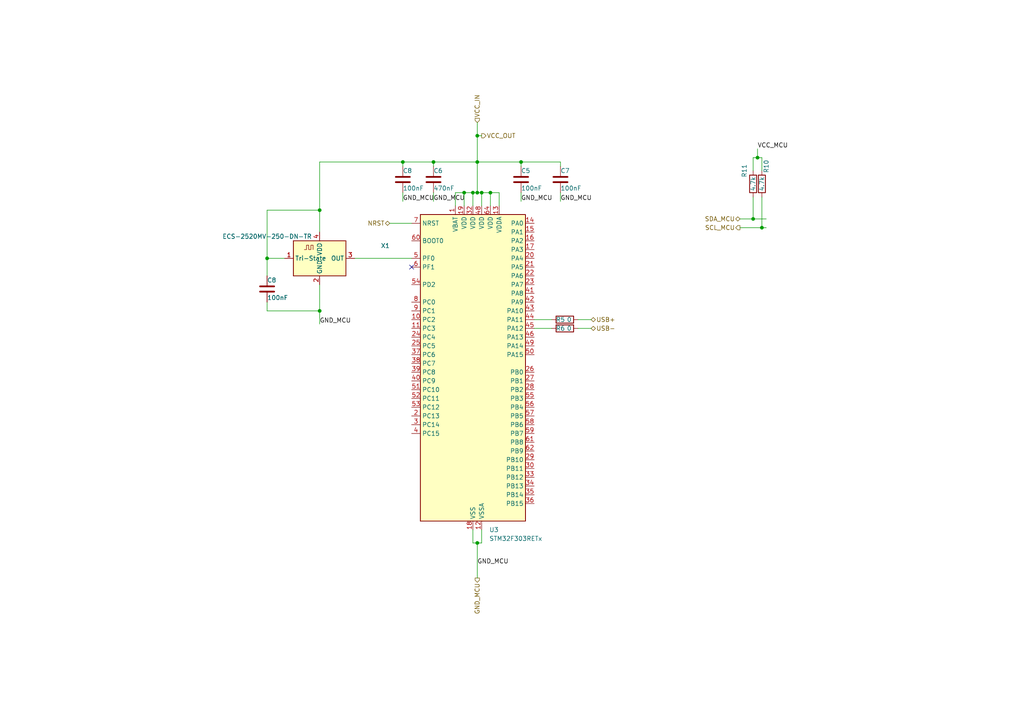
<source format=kicad_sch>
(kicad_sch (version 20230121) (generator eeschema)
  (paper "A4")
  (lib_symbols
    (symbol "Device:C" (pin_numbers hide) (pin_names (offset 0.254))
      (property "Reference" "C" (at 0.635 2.54 0))
      (property "Value" "C" (at 0.635 -2.54 0))
      (symbol "C_0_1"
        (polyline (pts (xy -2.032 -0.762) (xy 2.032 -0.762)) (stroke (width 0.508)))
        (polyline (pts (xy -2.032 0.762) (xy 2.032 0.762)) (stroke (width 0.508)))
      )
      (symbol "C_1_1"
        (pin passive line (at 0 3.81 270) (length 2.794) (name "~") (number "1"))
        (pin passive line (at 0 -3.81 90) (length 2.794) (name "~") (number "2"))
      )
    )
    (symbol "Device:R" (pin_numbers hide) (pin_names (offset 0))
      (property "Reference" "R" (at 2.032 0 90))
      (property "Value" "R" (at 0 0 90))
      (symbol "R_0_1"
        (rectangle (start -1.016 -2.54) (end 1.016 2.54) (stroke (width 0.254)))
      )
      (symbol "R_1_1"
        (pin passive line (at 0 3.81 270) (length 1.27) (name "~") (number "1"))
        (pin passive line (at 0 -3.81 90) (length 1.27) (name "~") (number "2"))
      )
    )
    (symbol "MCU_ST_STM32F3:STM32F303RETx"
      (property "Reference" "U" (at -15.24 46.99 0))
      (property "Value" "STM32F303RETx" (at 10.16 46.99 0))
      (symbol "STM32F303RETx_0_1"
        (rectangle (start -15.24 -43.18) (end 15.24 45.72) (stroke (width 0.254)) (fill (type background)))
      )
      (symbol "STM32F303RETx_1_1"
        (pin power_in line (at -5.08 48.26 270) (length 2.54) (name "VBAT") (number "1"))
        (pin bidirectional line (at -17.78 15.24 0) (length 2.54) (name "PC2") (number "10"))
        (pin bidirectional line (at -17.78 12.7 0) (length 2.54) (name "PC3") (number "11"))
        (pin power_in line (at 2.54 -45.72 90) (length 2.54) (name "VSSA") (number "12"))
        (pin power_in line (at 7.62 48.26 270) (length 2.54) (name "VDDA") (number "13"))
        (pin bidirectional line (at 17.78 43.18 180) (length 2.54) (name "PA0") (number "14"))
        (pin bidirectional line (at 17.78 40.64 180) (length 2.54) (name "PA1") (number "15"))
        (pin bidirectional line (at 17.78 38.1 180) (length 2.54) (name "PA2") (number "16"))
        (pin bidirectional line (at 17.78 35.56 180) (length 2.54) (name "PA3") (number "17"))
        (pin power_in line (at 0 -45.72 90) (length 2.54) (name "VSS") (number "18"))
        (pin power_in line (at -2.54 48.26 270) (length 2.54) (name "VDD") (number "19"))
        (pin bidirectional line (at -17.78 -12.7 0) (length 2.54) (name "PC13") (number "2"))
        (pin bidirectional line (at 17.78 33.02 180) (length 2.54) (name "PA4") (number "20"))
        (pin bidirectional line (at 17.78 30.48 180) (length 2.54) (name "PA5") (number "21"))
        (pin bidirectional line (at 17.78 27.94 180) (length 2.54) (name "PA6") (number "22"))
        (pin bidirectional line (at 17.78 25.4 180) (length 2.54) (name "PA7") (number "23"))
        (pin bidirectional line (at -17.78 10.16 0) (length 2.54) (name "PC4") (number "24"))
        (pin bidirectional line (at -17.78 7.62 0) (length 2.54) (name "PC5") (number "25"))
        (pin bidirectional line (at 17.78 0 180) (length 2.54) (name "PB0") (number "26"))
        (pin bidirectional line (at 17.78 -2.54 180) (length 2.54) (name "PB1") (number "27"))
        (pin bidirectional line (at 17.78 -5.08 180) (length 2.54) (name "PB2") (number "28"))
        (pin bidirectional line (at 17.78 -25.4 180) (length 2.54) (name "PB10") (number "29"))
        (pin bidirectional line (at -17.78 -15.24 0) (length 2.54) (name "PC14") (number "3"))
        (pin bidirectional line (at 17.78 -27.94 180) (length 2.54) (name "PB11") (number "30"))
        (pin passive line (at 0 -45.72 90) (length 2.54) hide (name "VSS") (number "31"))
        (pin power_in line (at 0 48.26 270) (length 2.54) (name "VDD") (number "32"))
        (pin bidirectional line (at 17.78 -30.48 180) (length 2.54) (name "PB12") (number "33"))
        (pin bidirectional line (at 17.78 -33.02 180) (length 2.54) (name "PB13") (number "34"))
        (pin bidirectional line (at 17.78 -35.56 180) (length 2.54) (name "PB14") (number "35"))
        (pin bidirectional line (at 17.78 -38.1 180) (length 2.54) (name "PB15") (number "36"))
        (pin bidirectional line (at -17.78 5.08 0) (length 2.54) (name "PC6") (number "37"))
        (pin bidirectional line (at -17.78 2.54 0) (length 2.54) (name "PC7") (number "38"))
        (pin bidirectional line (at -17.78 0 0) (length 2.54) (name "PC8") (number "39"))
        (pin bidirectional line (at -17.78 -17.78 0) (length 2.54) (name "PC15") (number "4"))
        (pin bidirectional line (at -17.78 -2.54 0) (length 2.54) (name "PC9") (number "40"))
        (pin bidirectional line (at 17.78 22.86 180) (length 2.54) (name "PA8") (number "41"))
        (pin bidirectional line (at 17.78 20.32 180) (length 2.54) (name "PA9") (number "42"))
        (pin bidirectional line (at 17.78 17.78 180) (length 2.54) (name "PA10") (number "43"))
        (pin bidirectional line (at 17.78 15.24 180) (length 2.54) (name "PA11") (number "44"))
        (pin bidirectional line (at 17.78 12.7 180) (length 2.54) (name "PA12") (number "45"))
        (pin bidirectional line (at 17.78 10.16 180) (length 2.54) (name "PA13") (number "46"))
        (pin passive line (at 0 -45.72 90) (length 2.54) hide (name "VSS") (number "47"))
        (pin power_in line (at 2.54 48.26 270) (length 2.54) (name "VDD") (number "48"))
        (pin bidirectional line (at 17.78 7.62 180) (length 2.54) (name "PA14") (number "49"))
        (pin bidirectional line (at -17.78 33.02 0) (length 2.54) (name "PF0") (number "5"))
        (pin bidirectional line (at 17.78 5.08 180) (length 2.54) (name "PA15") (number "50"))
        (pin bidirectional line (at -17.78 -5.08 0) (length 2.54) (name "PC10") (number "51"))
        (pin bidirectional line (at -17.78 -7.62 0) (length 2.54) (name "PC11") (number "52"))
        (pin bidirectional line (at -17.78 -10.16 0) (length 2.54) (name "PC12") (number "53"))
        (pin bidirectional line (at -17.78 25.4 0) (length 2.54) (name "PD2") (number "54"))
        (pin bidirectional line (at 17.78 -7.62 180) (length 2.54) (name "PB3") (number "55"))
        (pin bidirectional line (at 17.78 -10.16 180) (length 2.54) (name "PB4") (number "56"))
        (pin bidirectional line (at 17.78 -12.7 180) (length 2.54) (name "PB5") (number "57"))
        (pin bidirectional line (at 17.78 -15.24 180) (length 2.54) (name "PB6") (number "58"))
        (pin bidirectional line (at 17.78 -17.78 180) (length 2.54) (name "PB7") (number "59"))
        (pin bidirectional line (at -17.78 30.48 0) (length 2.54) (name "PF1") (number "6"))
        (pin input line (at -17.78 38.1 0) (length 2.54) (name "BOOT0") (number "60"))
        (pin bidirectional line (at 17.78 -20.32 180) (length 2.54) (name "PB8") (number "61"))
        (pin bidirectional line (at 17.78 -22.86 180) (length 2.54) (name "PB9") (number "62"))
        (pin passive line (at 0 -45.72 90) (length 2.54) hide (name "VSS") (number "63"))
        (pin power_in line (at 5.08 48.26 270) (length 2.54) (name "VDD") (number "64"))
        (pin input line (at -17.78 43.18 0) (length 2.54) (name "NRST") (number "7"))
        (pin bidirectional line (at -17.78 20.32 0) (length 2.54) (name "PC0") (number "8"))
        (pin bidirectional line (at -17.78 17.78 0) (length 2.54) (name "PC1") (number "9"))
      )
    )
    (symbol "Oscillator:ECS-2520MV-xxx-xx"
      (property "Reference" "X" (at -5.08 6.35 0))
      (property "Value" "ECS-2520MV-xxx-xx" (at 1.27 -6.35 0))
      (symbol "ECS-2520MV-xxx-xx_0_1"
        (rectangle (start -7.62 5.08) (end 7.62 -5.08) (stroke (width 0.254)) (fill (type background)))
        (polyline (pts (xy -4.445 2.54) (xy -3.81 2.54) (xy -3.81 3.81) (xy -3.175 3.81) (xy -3.175 2.54) (xy -2.54 2.54) (xy -2.54 3.81) (xy -1.905 3.81) (xy -1.905 2.54)))
      )
      (symbol "ECS-2520MV-xxx-xx_1_1"
        (pin input line (at -10.16 0 0) (length 2.54) (name "Tri-State") (number "1"))
        (pin power_in line (at 0 -7.62 90) (length 2.54) (name "GND") (number "2"))
        (pin output line (at 10.16 0 180) (length 2.54) (name "OUT") (number "3"))
        (pin power_in line (at 0 7.62 270) (length 2.54) (name "VDD") (number "4"))
      )
    )
  )
  (junction (at 138.43 157.48))
  (junction (at 151.13 46.99))
  (junction (at 125.73 46.99))
  (junction (at 138.43 55.88))
  (junction (at 134.62 55.88))
  (junction (at 142.24 55.88))
  (junction (at 92.71 90.17))
  (junction (at 138.43 39.37))
  (junction (at 220.98 66.04))
  (junction (at 137.16 55.88))
  (junction (at 116.84 46.99))
  (junction (at 218.44 63.5))
  (junction (at 219.71 45.72))
  (junction (at 139.7 55.88))
  (junction (at 92.71 60.96))
  (junction (at 77.47 74.93))
  (junction (at 138.43 46.99))
  (no_connect (at 119.38 77.47))
  (wire (pts (xy 214.63 63.5) (xy 218.44 63.5)))
  (wire (pts (xy 138.43 55.88) (xy 139.7 55.88)))
  (wire (pts (xy 138.43 46.99) (xy 138.43 55.88)))
  (wire (pts (xy 139.7 55.88) (xy 139.7 59.69)))
  (wire (pts (xy 220.98 66.04) (xy 222.25 66.04)))
  (wire (pts (xy 137.16 59.69) (xy 137.16 55.88)))
  (wire (pts (xy 82.55 74.93) (xy 77.47 74.93)))
  (wire (pts (xy 151.13 48.26) (xy 151.13 46.99)))
  (wire (pts (xy 125.73 46.99) (xy 138.43 46.99)))
  (wire (pts (xy 116.84 46.99) (xy 92.71 46.99)))
  (wire (pts (xy 134.62 59.69) (xy 134.62 55.88)))
  (wire (pts (xy 77.47 90.17) (xy 92.71 90.17)))
  (wire (pts (xy 162.56 55.88) (xy 162.56 58.42)))
  (wire (pts (xy 220.98 57.15) (xy 220.98 66.04)))
  (wire (pts (xy 92.71 60.96) (xy 92.71 67.31)))
  (wire (pts (xy 162.56 48.26) (xy 162.56 46.99)))
  (wire (pts (xy 137.16 55.88) (xy 138.43 55.88)))
  (wire (pts (xy 142.24 55.88) (xy 142.24 59.69)))
  (wire (pts (xy 151.13 55.88) (xy 151.13 58.42)))
  (wire (pts (xy 138.43 39.37) (xy 139.7 39.37)))
  (wire (pts (xy 218.44 45.72) (xy 218.44 49.53)))
  (wire (pts (xy 132.08 55.88) (xy 134.62 55.88)))
  (wire (pts (xy 116.84 46.99) (xy 125.73 46.99)))
  (wire (pts (xy 134.62 55.88) (xy 137.16 55.88)))
  (wire (pts (xy 137.16 157.48) (xy 138.43 157.48)))
  (wire (pts (xy 219.71 43.18) (xy 219.71 45.72)))
  (wire (pts (xy 220.98 49.53) (xy 220.98 45.72)))
  (wire (pts (xy 144.78 55.88) (xy 144.78 59.69)))
  (wire (pts (xy 113.03 64.77) (xy 119.38 64.77)))
  (wire (pts (xy 92.71 60.96) (xy 77.47 60.96)))
  (wire (pts (xy 77.47 74.93) (xy 77.47 80.01)))
  (wire (pts (xy 132.08 59.69) (xy 132.08 55.88)))
  (wire (pts (xy 218.44 57.15) (xy 218.44 63.5)))
  (wire (pts (xy 160.02 92.71) (xy 154.94 92.71)))
  (wire (pts (xy 142.24 55.88) (xy 144.78 55.88)))
  (wire (pts (xy 125.73 48.26) (xy 125.73 46.99)))
  (wire (pts (xy 214.63 66.04) (xy 220.98 66.04)))
  (wire (pts (xy 77.47 87.63) (xy 77.47 90.17)))
  (wire (pts (xy 125.73 55.88) (xy 125.73 58.42)))
  (wire (pts (xy 151.13 46.99) (xy 162.56 46.99)))
  (wire (pts (xy 138.43 46.99) (xy 151.13 46.99)))
  (wire (pts (xy 160.02 95.25) (xy 154.94 95.25)))
  (wire (pts (xy 116.84 48.26) (xy 116.84 46.99)))
  (wire (pts (xy 220.98 45.72) (xy 219.71 45.72)))
  (wire (pts (xy 138.43 157.48) (xy 138.43 167.64)))
  (wire (pts (xy 138.43 35.56) (xy 138.43 39.37)))
  (wire (pts (xy 77.47 60.96) (xy 77.47 74.93)))
  (wire (pts (xy 92.71 90.17) (xy 92.71 93.98)))
  (wire (pts (xy 92.71 46.99) (xy 92.71 60.96)))
  (wire (pts (xy 218.44 63.5) (xy 222.25 63.5)))
  (wire (pts (xy 138.43 157.48) (xy 139.7 157.48)))
  (wire (pts (xy 102.87 74.93) (xy 119.38 74.93)))
  (wire (pts (xy 167.64 92.71) (xy 171.45 92.71)))
  (wire (pts (xy 92.71 82.55) (xy 92.71 90.17)))
  (wire (pts (xy 139.7 55.88) (xy 142.24 55.88)))
  (wire (pts (xy 116.84 55.88) (xy 116.84 58.42)))
  (wire (pts (xy 219.71 45.72) (xy 218.44 45.72)))
  (wire (pts (xy 137.16 153.67) (xy 137.16 157.48)))
  (wire (pts (xy 139.7 153.67) (xy 139.7 157.48)))
  (wire (pts (xy 138.43 39.37) (xy 138.43 46.99)))
  (wire (pts (xy 167.64 95.25) (xy 171.45 95.25)))
  (label "VCC_MCU" (at 219.71 43.18 0))
  (label "GND_MCU" (at 116.84 58.42 0))
  (label "GND_MCU" (at 138.43 163.83 0))
  (label "GND_MCU" (at 92.71 93.98 0))
  (label "GND_MCU" (at 162.56 58.42 0))
  (label "GND_MCU" (at 125.73 58.42 0))
  (label "GND_MCU" (at 151.13 58.42 0))
  (hierarchical_label "SCL_MCU" (shape output) (at 214.63 66.04 180))
  (hierarchical_label "USB-" (shape bidirectional) (at 171.45 95.25 0))
  (hierarchical_label "USB+" (shape bidirectional) (at 171.45 92.71 0))
  (hierarchical_label "VCC_IN" (shape input) (at 138.43 35.56 90))
  (hierarchical_label "VCC_OUT" (shape output) (at 139.7 39.37 0))
  (hierarchical_label "GND_MCU" (shape output) (at 138.43 167.64 270))
  (hierarchical_label "NRST" (shape bidirectional) (at 113.03 64.77 180))
  (hierarchical_label "SDA_MCU" (shape bidirectional) (at 214.63 63.5 180))
  (symbol (lib_id "Device:R") (at 220.98 53.34 0) (unit 1)
    (property "Reference" "R10" (at 222.25 48.26 90))
    (property "Value" "4.7k" (at 220.98 53.34 90))
    (property "Footprint" "Resistor_SMD:R_0603_1608Metric" (effects hide))
    (instances (project "PCB" (path "" (reference "R10") (unit 1)) (path "" (reference "R7") (unit 1)) (path "" (reference "R9") (unit 1))))
  )
  (symbol (lib_id "Device:R") (at 163.83 95.25 90) (unit 1)
    (property "Reference" "R6" (at 162.56 95.25 90))
    (property "Value" "0" (at 165.1 95.25 90))
    (property "Footprint" "Resistor_SMD:R_0603_1608Metric" (effects hide))
  )
  (symbol (lib_id "Device:C") (at 125.73 52.07 0) (unit 1)
    (property "Reference" "C6" (at 125.73 49.53 0) (effects (justify left)))
    (property "Value" "470nF" (at 125.73 54.61 0) (effects (justify left)))
    (property "Footprint" "Capacitor_SMD:C_0603_1608Metric" (effects hide))
  )
  (symbol (lib_id "Device:C") (at 151.13 52.07 0) (unit 1)
    (property "Reference" "C5" (at 151.13 49.53 0) (effects (justify left)))
    (property "Value" "100nF" (at 151.13 54.61 0) (effects (justify left)))
    (property "Footprint" "Capacitor_SMD:C_0603_1608Metric" (effects hide))
    (instances (project "PCB" (path "" (reference "C5") (unit 1)) (path "" (reference "C7") (unit 1))))
  )
  (symbol (lib_id "Device:R") (at 218.44 53.34 0) (unit 1)
    (property "Reference" "R11" (at 215.9 49.53 90))
    (property "Value" "4.7k" (at 218.44 53.34 90))
    (property "Footprint" "Resistor_SMD:R_0603_1608Metric" (effects hide))
    (instances (project "PCB" (path "" (reference "R11") (unit 1)) (path "" (reference "R7") (unit 1)) (path "" (reference "R9") (unit 1))))
  )
  (symbol (lib_id "MCU_ST_STM32F3:STM32F303RETx") (at 137.16 107.95 0) (unit 1)
    (property "Reference" "U3" (at 141.8941 153.67 0) (effects (justify left)))
    (property "Value" "STM32F303RETx" (at 141.8941 156.21 0) (effects (justify left)))
    (property "Footprint" "Package_QFP:LQFP-64_10x10mm_P0.5mm" (effects hide))
    (property "Datasheet" "https://www.st.com/resource/en/datasheet/stm32f303re.pdf" (effects hide))
  )
  (symbol (lib_id "Device:R") (at 163.83 92.71 90) (unit 1)
    (property "Reference" "R5" (at 162.56 92.71 90))
    (property "Value" "0" (at 165.1 92.71 90))
    (property "Footprint" "Resistor_SMD:R_0603_1608Metric" (effects hide))
  )
  (symbol (lib_id "Device:C") (at 116.84 52.07 0) (unit 1)
    (property "Reference" "C8" (at 116.84 49.53 0) (effects (justify left)))
    (property "Value" "100nF" (at 116.84 54.61 0) (effects (justify left)))
    (property "Footprint" "Capacitor_SMD:C_0603_1608Metric" (effects hide))
    (instances (project "PCB" (path "" (reference "C8") (unit 1)) (path "" (reference "C5") (unit 1))))
  )
  (symbol (lib_id "Oscillator:ECS-2520MV-xxx-xx") (at 92.71 74.93 0) (unit 1)
    (property "Reference" "X1" (at 111.76 71.2821 0))
    (property "Value" "ECS-2520MV-250-DN-TR" (at 77.47 68.58 0))
    (property "Footprint" "Oscillator:Oscillator_SMD_ECS_2520MV-xxx-xx-4Pin_2.5x2.0mm" (effects hide))
    (property "Datasheet" "https://www.ecsxtal.com/store/pdf/ECS-2520MV.pdf" (effects hide))
  )
  (symbol (lib_id "Device:C") (at 77.47 83.82 0) (unit 1)
    (property "Reference" "C8" (at 77.47 81.28 0) (effects (justify left)))
    (property "Value" "100nF" (at 77.47 86.36 0) (effects (justify left)))
    (property "Footprint" "Capacitor_SMD:C_0603_1608Metric" (effects hide))
    (instances (project "PCB" (path "" (reference "C8") (unit 1)) (path "" (reference "C13") (unit 1))))
  )
  (symbol (lib_id "Device:C") (at 162.56 52.07 0) (unit 1)
    (property "Reference" "C7" (at 162.56 49.53 0) (effects (justify left)))
    (property "Value" "100nF" (at 162.56 54.61 0) (effects (justify left)))
    (property "Footprint" "Capacitor_SMD:C_0603_1608Metric" (effects hide))
    (instances (project "PCB" (path "" (reference "C7") (unit 1)) (path "" (reference "C8") (unit 1))))
  )
)
</source>
